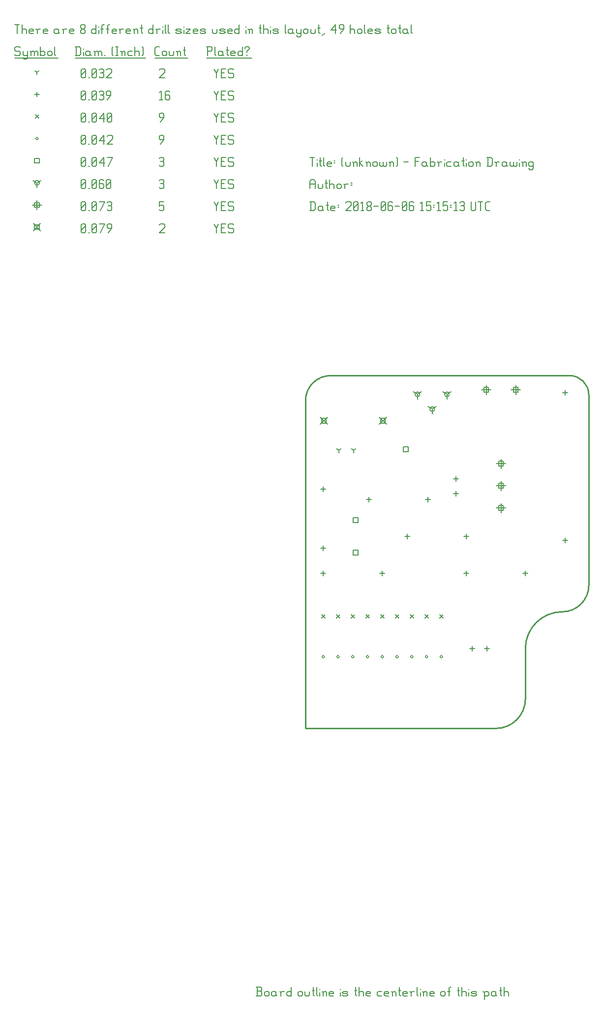
<source format=gbr>
G04 start of page 12 for group -1 layer_idx 16777221 *
G04 Title: (unknown), <virtual group> *
G04 Creator: pcb-rnd 2.0.0 *
G04 CreationDate: 2018-06-06 15:15:13 UTC *
G04 For:  *
G04 Format: Gerber/RS-274X *
G04 PCB-Dimensions: 500000 500000 *
G04 PCB-Coordinate-Origin: lower left *
%MOIN*%
%FSLAX25Y25*%
%LNFAB*%
%ADD103C,0.0100*%
%ADD102C,0.0075*%
%ADD101C,0.0060*%
%ADD100C,0.0080*%
G54D100*X207100Y382560D02*X211900Y377760D01*
X207100D02*X211900Y382560D01*
X207900Y381760D02*X211100D01*
X207900D02*Y378560D01*
X211100D01*
Y381760D02*Y378560D01*
X247100Y382560D02*X251900Y377760D01*
X247100D02*X251900Y382560D01*
X247900Y381760D02*X251100D01*
X247900D02*Y378560D01*
X251100D01*
Y381760D02*Y378560D01*
X12600Y513650D02*X17400Y508850D01*
X12600D02*X17400Y513650D01*
X13400Y512850D02*X16600D01*
X13400D02*Y509650D01*
X16600D01*
Y512850D02*Y509650D01*
G54D101*X135000Y513500D02*X136500Y510500D01*
X138000Y513500D01*
X136500Y510500D02*Y507500D01*
X139800Y510800D02*X142050D01*
X139800Y507500D02*X142800D01*
X139800Y513500D02*Y507500D01*
Y513500D02*X142800D01*
X147600D02*X148350Y512750D01*
X145350Y513500D02*X147600D01*
X144600Y512750D02*X145350Y513500D01*
X144600Y512750D02*Y511250D01*
X145350Y510500D01*
X147600D01*
X148350Y509750D01*
Y508250D01*
X147600Y507500D02*X148350Y508250D01*
X145350Y507500D02*X147600D01*
X144600Y508250D02*X145350Y507500D01*
X98000Y512750D02*X98750Y513500D01*
X101000D01*
X101750Y512750D01*
Y511250D01*
X98000Y507500D02*X101750Y511250D01*
X98000Y507500D02*X101750D01*
X45000Y508250D02*X45750Y507500D01*
X45000Y512750D02*Y508250D01*
Y512750D02*X45750Y513500D01*
X47250D01*
X48000Y512750D01*
Y508250D01*
X47250Y507500D02*X48000Y508250D01*
X45750Y507500D02*X47250D01*
X45000Y509000D02*X48000Y512000D01*
X49800Y507500D02*X50550D01*
X52350Y508250D02*X53100Y507500D01*
X52350Y512750D02*Y508250D01*
Y512750D02*X53100Y513500D01*
X54600D01*
X55350Y512750D01*
Y508250D01*
X54600Y507500D02*X55350Y508250D01*
X53100Y507500D02*X54600D01*
X52350Y509000D02*X55350Y512000D01*
X57900Y507500D02*X60900Y513500D01*
X57150D02*X60900D01*
X63450Y507500D02*X65700Y510500D01*
Y512750D02*Y510500D01*
X64950Y513500D02*X65700Y512750D01*
X63450Y513500D02*X64950D01*
X62700Y512750D02*X63450Y513500D01*
X62700Y512750D02*Y511250D01*
X63450Y510500D01*
X65700D01*
X329500Y339200D02*Y332800D01*
X326300Y336000D02*X332700D01*
X327900Y337600D02*X331100D01*
X327900D02*Y334400D01*
X331100D01*
Y337600D02*Y334400D01*
X329500Y354200D02*Y347800D01*
X326300Y351000D02*X332700D01*
X327900Y352600D02*X331100D01*
X327900D02*Y349400D01*
X331100D01*
Y352600D02*Y349400D01*
X329500Y324200D02*Y317800D01*
X326300Y321000D02*X332700D01*
X327900Y322600D02*X331100D01*
X327900D02*Y319400D01*
X331100D01*
Y322600D02*Y319400D01*
X339500Y404200D02*Y397800D01*
X336300Y401000D02*X342700D01*
X337900Y402600D02*X341100D01*
X337900D02*Y399400D01*
X341100D01*
Y402600D02*Y399400D01*
X319500Y404200D02*Y397800D01*
X316300Y401000D02*X322700D01*
X317900Y402600D02*X321100D01*
X317900D02*Y399400D01*
X321100D01*
Y402600D02*Y399400D01*
X15000Y529450D02*Y523050D01*
X11800Y526250D02*X18200D01*
X13400Y527850D02*X16600D01*
X13400D02*Y524650D01*
X16600D01*
Y527850D02*Y524650D01*
X135000Y528500D02*X136500Y525500D01*
X138000Y528500D01*
X136500Y525500D02*Y522500D01*
X139800Y525800D02*X142050D01*
X139800Y522500D02*X142800D01*
X139800Y528500D02*Y522500D01*
Y528500D02*X142800D01*
X147600D02*X148350Y527750D01*
X145350Y528500D02*X147600D01*
X144600Y527750D02*X145350Y528500D01*
X144600Y527750D02*Y526250D01*
X145350Y525500D01*
X147600D01*
X148350Y524750D01*
Y523250D01*
X147600Y522500D02*X148350Y523250D01*
X145350Y522500D02*X147600D01*
X144600Y523250D02*X145350Y522500D01*
X98000Y528500D02*X101000D01*
X98000D02*Y525500D01*
X98750Y526250D01*
X100250D01*
X101000Y525500D01*
Y523250D01*
X100250Y522500D02*X101000Y523250D01*
X98750Y522500D02*X100250D01*
X98000Y523250D02*X98750Y522500D01*
X45000Y523250D02*X45750Y522500D01*
X45000Y527750D02*Y523250D01*
Y527750D02*X45750Y528500D01*
X47250D01*
X48000Y527750D01*
Y523250D01*
X47250Y522500D02*X48000Y523250D01*
X45750Y522500D02*X47250D01*
X45000Y524000D02*X48000Y527000D01*
X49800Y522500D02*X50550D01*
X52350Y523250D02*X53100Y522500D01*
X52350Y527750D02*Y523250D01*
Y527750D02*X53100Y528500D01*
X54600D01*
X55350Y527750D01*
Y523250D01*
X54600Y522500D02*X55350Y523250D01*
X53100Y522500D02*X54600D01*
X52350Y524000D02*X55350Y527000D01*
X57900Y522500D02*X60900Y528500D01*
X57150D02*X60900D01*
X62700Y527750D02*X63450Y528500D01*
X64950D01*
X65700Y527750D01*
X64950Y522500D02*X65700Y523250D01*
X63450Y522500D02*X64950D01*
X62700Y523250D02*X63450Y522500D01*
Y525800D02*X64950D01*
X65700Y527750D02*Y526550D01*
Y525050D02*Y523250D01*
Y525050D02*X64950Y525800D01*
X65700Y526550D02*X64950Y525800D01*
X282880Y388000D02*Y384800D01*
Y388000D02*X285653Y389600D01*
X282880Y388000D02*X280107Y389600D01*
X281280Y388000D02*G75*G03X284480Y388000I1600J0D01*G01*
G75*G03X281280Y388000I-1600J0D01*G01*
X272880Y398000D02*Y394800D01*
Y398000D02*X275653Y399600D01*
X272880Y398000D02*X270107Y399600D01*
X271280Y398000D02*G75*G03X274480Y398000I1600J0D01*G01*
G75*G03X271280Y398000I-1600J0D01*G01*
X292880D02*Y394800D01*
Y398000D02*X295653Y399600D01*
X292880Y398000D02*X290107Y399600D01*
X291280Y398000D02*G75*G03X294480Y398000I1600J0D01*G01*
G75*G03X291280Y398000I-1600J0D01*G01*
X15000Y541250D02*Y538050D01*
Y541250D02*X17773Y542850D01*
X15000Y541250D02*X12227Y542850D01*
X13400Y541250D02*G75*G03X16600Y541250I1600J0D01*G01*
G75*G03X13400Y541250I-1600J0D01*G01*
X135000Y543500D02*X136500Y540500D01*
X138000Y543500D01*
X136500Y540500D02*Y537500D01*
X139800Y540800D02*X142050D01*
X139800Y537500D02*X142800D01*
X139800Y543500D02*Y537500D01*
Y543500D02*X142800D01*
X147600D02*X148350Y542750D01*
X145350Y543500D02*X147600D01*
X144600Y542750D02*X145350Y543500D01*
X144600Y542750D02*Y541250D01*
X145350Y540500D01*
X147600D01*
X148350Y539750D01*
Y538250D01*
X147600Y537500D02*X148350Y538250D01*
X145350Y537500D02*X147600D01*
X144600Y538250D02*X145350Y537500D01*
X98000Y542750D02*X98750Y543500D01*
X100250D01*
X101000Y542750D01*
X100250Y537500D02*X101000Y538250D01*
X98750Y537500D02*X100250D01*
X98000Y538250D02*X98750Y537500D01*
Y540800D02*X100250D01*
X101000Y542750D02*Y541550D01*
Y540050D02*Y538250D01*
Y540050D02*X100250Y540800D01*
X101000Y541550D02*X100250Y540800D01*
X45000Y538250D02*X45750Y537500D01*
X45000Y542750D02*Y538250D01*
Y542750D02*X45750Y543500D01*
X47250D01*
X48000Y542750D01*
Y538250D01*
X47250Y537500D02*X48000Y538250D01*
X45750Y537500D02*X47250D01*
X45000Y539000D02*X48000Y542000D01*
X49800Y537500D02*X50550D01*
X52350Y538250D02*X53100Y537500D01*
X52350Y542750D02*Y538250D01*
Y542750D02*X53100Y543500D01*
X54600D01*
X55350Y542750D01*
Y538250D01*
X54600Y537500D02*X55350Y538250D01*
X53100Y537500D02*X54600D01*
X52350Y539000D02*X55350Y542000D01*
X59400Y543500D02*X60150Y542750D01*
X57900Y543500D02*X59400D01*
X57150Y542750D02*X57900Y543500D01*
X57150Y542750D02*Y538250D01*
X57900Y537500D01*
X59400Y540800D02*X60150Y540050D01*
X57150Y540800D02*X59400D01*
X57900Y537500D02*X59400D01*
X60150Y538250D01*
Y540050D02*Y538250D01*
X61950D02*X62700Y537500D01*
X61950Y542750D02*Y538250D01*
Y542750D02*X62700Y543500D01*
X64200D01*
X64950Y542750D01*
Y538250D01*
X64200Y537500D02*X64950Y538250D01*
X62700Y537500D02*X64200D01*
X61950Y539000D02*X64950Y542000D01*
X229400Y292260D02*X232600D01*
X229400D02*Y289060D01*
X232600D01*
Y292260D02*Y289060D01*
X263400Y362260D02*X266600D01*
X263400D02*Y359060D01*
X266600D01*
Y362260D02*Y359060D01*
X229400Y314260D02*X232600D01*
X229400D02*Y311060D01*
X232600D01*
Y314260D02*Y311060D01*
X13400Y557850D02*X16600D01*
X13400D02*Y554650D01*
X16600D01*
Y557850D02*Y554650D01*
X135000Y558500D02*X136500Y555500D01*
X138000Y558500D01*
X136500Y555500D02*Y552500D01*
X139800Y555800D02*X142050D01*
X139800Y552500D02*X142800D01*
X139800Y558500D02*Y552500D01*
Y558500D02*X142800D01*
X147600D02*X148350Y557750D01*
X145350Y558500D02*X147600D01*
X144600Y557750D02*X145350Y558500D01*
X144600Y557750D02*Y556250D01*
X145350Y555500D01*
X147600D01*
X148350Y554750D01*
Y553250D01*
X147600Y552500D02*X148350Y553250D01*
X145350Y552500D02*X147600D01*
X144600Y553250D02*X145350Y552500D01*
X98000Y557750D02*X98750Y558500D01*
X100250D01*
X101000Y557750D01*
X100250Y552500D02*X101000Y553250D01*
X98750Y552500D02*X100250D01*
X98000Y553250D02*X98750Y552500D01*
Y555800D02*X100250D01*
X101000Y557750D02*Y556550D01*
Y555050D02*Y553250D01*
Y555050D02*X100250Y555800D01*
X101000Y556550D02*X100250Y555800D01*
X45000Y553250D02*X45750Y552500D01*
X45000Y557750D02*Y553250D01*
Y557750D02*X45750Y558500D01*
X47250D01*
X48000Y557750D01*
Y553250D01*
X47250Y552500D02*X48000Y553250D01*
X45750Y552500D02*X47250D01*
X45000Y554000D02*X48000Y557000D01*
X49800Y552500D02*X50550D01*
X52350Y553250D02*X53100Y552500D01*
X52350Y557750D02*Y553250D01*
Y557750D02*X53100Y558500D01*
X54600D01*
X55350Y557750D01*
Y553250D01*
X54600Y552500D02*X55350Y553250D01*
X53100Y552500D02*X54600D01*
X52350Y554000D02*X55350Y557000D01*
X57150Y554750D02*X60150Y558500D01*
X57150Y554750D02*X60900D01*
X60150Y558500D02*Y552500D01*
X63450D02*X66450Y558500D01*
X62700D02*X66450D01*
X228201Y220273D02*G75*G03X229801Y220273I800J0D01*G01*
G75*G03X228201Y220273I-800J0D01*G01*
X258201D02*G75*G03X259801Y220273I800J0D01*G01*
G75*G03X258201Y220273I-800J0D01*G01*
X248201D02*G75*G03X249801Y220273I800J0D01*G01*
G75*G03X248201Y220273I-800J0D01*G01*
X238201D02*G75*G03X239801Y220273I800J0D01*G01*
G75*G03X238201Y220273I-800J0D01*G01*
X218201D02*G75*G03X219801Y220273I800J0D01*G01*
G75*G03X218201Y220273I-800J0D01*G01*
X208201D02*G75*G03X209801Y220273I800J0D01*G01*
G75*G03X208201Y220273I-800J0D01*G01*
X288201D02*G75*G03X289801Y220273I800J0D01*G01*
G75*G03X288201Y220273I-800J0D01*G01*
X278201D02*G75*G03X279801Y220273I800J0D01*G01*
G75*G03X278201Y220273I-800J0D01*G01*
X268201D02*G75*G03X269801Y220273I800J0D01*G01*
G75*G03X268201Y220273I-800J0D01*G01*
X14200Y571250D02*G75*G03X15800Y571250I800J0D01*G01*
G75*G03X14200Y571250I-800J0D01*G01*
X135000Y573500D02*X136500Y570500D01*
X138000Y573500D01*
X136500Y570500D02*Y567500D01*
X139800Y570800D02*X142050D01*
X139800Y567500D02*X142800D01*
X139800Y573500D02*Y567500D01*
Y573500D02*X142800D01*
X147600D02*X148350Y572750D01*
X145350Y573500D02*X147600D01*
X144600Y572750D02*X145350Y573500D01*
X144600Y572750D02*Y571250D01*
X145350Y570500D01*
X147600D01*
X148350Y569750D01*
Y568250D01*
X147600Y567500D02*X148350Y568250D01*
X145350Y567500D02*X147600D01*
X144600Y568250D02*X145350Y567500D01*
X98750D02*X101000Y570500D01*
Y572750D02*Y570500D01*
X100250Y573500D02*X101000Y572750D01*
X98750Y573500D02*X100250D01*
X98000Y572750D02*X98750Y573500D01*
X98000Y572750D02*Y571250D01*
X98750Y570500D01*
X101000D01*
X45000Y568250D02*X45750Y567500D01*
X45000Y572750D02*Y568250D01*
Y572750D02*X45750Y573500D01*
X47250D01*
X48000Y572750D01*
Y568250D01*
X47250Y567500D02*X48000Y568250D01*
X45750Y567500D02*X47250D01*
X45000Y569000D02*X48000Y572000D01*
X49800Y567500D02*X50550D01*
X52350Y568250D02*X53100Y567500D01*
X52350Y572750D02*Y568250D01*
Y572750D02*X53100Y573500D01*
X54600D01*
X55350Y572750D01*
Y568250D01*
X54600Y567500D02*X55350Y568250D01*
X53100Y567500D02*X54600D01*
X52350Y569000D02*X55350Y572000D01*
X57150Y569750D02*X60150Y573500D01*
X57150Y569750D02*X60900D01*
X60150Y573500D02*Y567500D01*
X62700Y572750D02*X63450Y573500D01*
X65700D01*
X66450Y572750D01*
Y571250D01*
X62700Y567500D02*X66450Y571250D01*
X62700Y567500D02*X66450D01*
X257800Y248860D02*X260200Y246460D01*
X257800D02*X260200Y248860D01*
X267800D02*X270200Y246460D01*
X267800D02*X270200Y248860D01*
X237800D02*X240200Y246460D01*
X237800D02*X240200Y248860D01*
X247800D02*X250200Y246460D01*
X247800D02*X250200Y248860D01*
X277800D02*X280200Y246460D01*
X277800D02*X280200Y248860D01*
X287800D02*X290200Y246460D01*
X287800D02*X290200Y248860D01*
X207800D02*X210200Y246460D01*
X207800D02*X210200Y248860D01*
X217800D02*X220200Y246460D01*
X217800D02*X220200Y248860D01*
X227800D02*X230200Y246460D01*
X227800D02*X230200Y248860D01*
X13800Y587450D02*X16200Y585050D01*
X13800D02*X16200Y587450D01*
X135000Y588500D02*X136500Y585500D01*
X138000Y588500D01*
X136500Y585500D02*Y582500D01*
X139800Y585800D02*X142050D01*
X139800Y582500D02*X142800D01*
X139800Y588500D02*Y582500D01*
Y588500D02*X142800D01*
X147600D02*X148350Y587750D01*
X145350Y588500D02*X147600D01*
X144600Y587750D02*X145350Y588500D01*
X144600Y587750D02*Y586250D01*
X145350Y585500D01*
X147600D01*
X148350Y584750D01*
Y583250D01*
X147600Y582500D02*X148350Y583250D01*
X145350Y582500D02*X147600D01*
X144600Y583250D02*X145350Y582500D01*
X98750D02*X101000Y585500D01*
Y587750D02*Y585500D01*
X100250Y588500D02*X101000Y587750D01*
X98750Y588500D02*X100250D01*
X98000Y587750D02*X98750Y588500D01*
X98000Y587750D02*Y586250D01*
X98750Y585500D01*
X101000D01*
X45000Y583250D02*X45750Y582500D01*
X45000Y587750D02*Y583250D01*
Y587750D02*X45750Y588500D01*
X47250D01*
X48000Y587750D01*
Y583250D01*
X47250Y582500D02*X48000Y583250D01*
X45750Y582500D02*X47250D01*
X45000Y584000D02*X48000Y587000D01*
X49800Y582500D02*X50550D01*
X52350Y583250D02*X53100Y582500D01*
X52350Y587750D02*Y583250D01*
Y587750D02*X53100Y588500D01*
X54600D01*
X55350Y587750D01*
Y583250D01*
X54600Y582500D02*X55350Y583250D01*
X53100Y582500D02*X54600D01*
X52350Y584000D02*X55350Y587000D01*
X57150Y584750D02*X60150Y588500D01*
X57150Y584750D02*X60900D01*
X60150Y588500D02*Y582500D01*
X62700Y583250D02*X63450Y582500D01*
X62700Y587750D02*Y583250D01*
Y587750D02*X63450Y588500D01*
X64950D01*
X65700Y587750D01*
Y583250D01*
X64950Y582500D02*X65700Y583250D01*
X63450Y582500D02*X64950D01*
X62700Y584000D02*X65700Y587000D01*
X266000Y303260D02*Y300060D01*
X264400Y301660D02*X267600D01*
X240000Y328260D02*Y325060D01*
X238400Y326660D02*X241600D01*
X249000Y278260D02*Y275060D01*
X247400Y276660D02*X250600D01*
X280000Y328260D02*Y325060D01*
X278400Y326660D02*X281600D01*
X299000Y342260D02*Y339060D01*
X297400Y340660D02*X300600D01*
X306000Y278260D02*Y275060D01*
X304400Y276660D02*X307600D01*
X306000Y303260D02*Y300060D01*
X304400Y301660D02*X307600D01*
X209000Y335260D02*Y332060D01*
X207400Y333660D02*X210600D01*
X299000Y332260D02*Y329060D01*
X297400Y330660D02*X300600D01*
X373000Y400760D02*Y397560D01*
X371400Y399160D02*X374600D01*
X373000Y300760D02*Y297560D01*
X371400Y299160D02*X374600D01*
X209000Y295260D02*Y292060D01*
X207400Y293660D02*X210600D01*
X346000Y278260D02*Y275060D01*
X344400Y276660D02*X347600D01*
X209000Y278260D02*Y275060D01*
X207400Y276660D02*X210600D01*
X320000Y227260D02*Y224060D01*
X318400Y225660D02*X321600D01*
X310000Y227260D02*Y224060D01*
X308400Y225660D02*X311600D01*
X15000Y602850D02*Y599650D01*
X13400Y601250D02*X16600D01*
X135000Y603500D02*X136500Y600500D01*
X138000Y603500D01*
X136500Y600500D02*Y597500D01*
X139800Y600800D02*X142050D01*
X139800Y597500D02*X142800D01*
X139800Y603500D02*Y597500D01*
Y603500D02*X142800D01*
X147600D02*X148350Y602750D01*
X145350Y603500D02*X147600D01*
X144600Y602750D02*X145350Y603500D01*
X144600Y602750D02*Y601250D01*
X145350Y600500D01*
X147600D01*
X148350Y599750D01*
Y598250D01*
X147600Y597500D02*X148350Y598250D01*
X145350Y597500D02*X147600D01*
X144600Y598250D02*X145350Y597500D01*
X98000Y602300D02*X99200Y603500D01*
Y597500D01*
X98000D02*X100250D01*
X104300Y603500D02*X105050Y602750D01*
X102800Y603500D02*X104300D01*
X102050Y602750D02*X102800Y603500D01*
X102050Y602750D02*Y598250D01*
X102800Y597500D01*
X104300Y600800D02*X105050Y600050D01*
X102050Y600800D02*X104300D01*
X102800Y597500D02*X104300D01*
X105050Y598250D01*
Y600050D02*Y598250D01*
X45000D02*X45750Y597500D01*
X45000Y602750D02*Y598250D01*
Y602750D02*X45750Y603500D01*
X47250D01*
X48000Y602750D01*
Y598250D01*
X47250Y597500D02*X48000Y598250D01*
X45750Y597500D02*X47250D01*
X45000Y599000D02*X48000Y602000D01*
X49800Y597500D02*X50550D01*
X52350Y598250D02*X53100Y597500D01*
X52350Y602750D02*Y598250D01*
Y602750D02*X53100Y603500D01*
X54600D01*
X55350Y602750D01*
Y598250D01*
X54600Y597500D02*X55350Y598250D01*
X53100Y597500D02*X54600D01*
X52350Y599000D02*X55350Y602000D01*
X57150Y602750D02*X57900Y603500D01*
X59400D01*
X60150Y602750D01*
X59400Y597500D02*X60150Y598250D01*
X57900Y597500D02*X59400D01*
X57150Y598250D02*X57900Y597500D01*
Y600800D02*X59400D01*
X60150Y602750D02*Y601550D01*
Y600050D02*Y598250D01*
Y600050D02*X59400Y600800D01*
X60150Y601550D02*X59400Y600800D01*
X62700Y597500D02*X64950Y600500D01*
Y602750D02*Y600500D01*
X64200Y603500D02*X64950Y602750D01*
X62700Y603500D02*X64200D01*
X61950Y602750D02*X62700Y603500D01*
X61950Y602750D02*Y601250D01*
X62700Y600500D01*
X64950D01*
X219500Y360160D02*Y358560D01*
Y360160D02*X220887Y360960D01*
X219500Y360160D02*X218113Y360960D01*
X229500Y360160D02*Y358560D01*
Y360160D02*X230887Y360960D01*
X229500Y360160D02*X228113Y360960D01*
X15000Y616250D02*Y614650D01*
Y616250D02*X16387Y617050D01*
X15000Y616250D02*X13613Y617050D01*
X135000Y618500D02*X136500Y615500D01*
X138000Y618500D01*
X136500Y615500D02*Y612500D01*
X139800Y615800D02*X142050D01*
X139800Y612500D02*X142800D01*
X139800Y618500D02*Y612500D01*
Y618500D02*X142800D01*
X147600D02*X148350Y617750D01*
X145350Y618500D02*X147600D01*
X144600Y617750D02*X145350Y618500D01*
X144600Y617750D02*Y616250D01*
X145350Y615500D01*
X147600D01*
X148350Y614750D01*
Y613250D01*
X147600Y612500D02*X148350Y613250D01*
X145350Y612500D02*X147600D01*
X144600Y613250D02*X145350Y612500D01*
X98000Y617750D02*X98750Y618500D01*
X101000D01*
X101750Y617750D01*
Y616250D01*
X98000Y612500D02*X101750Y616250D01*
X98000Y612500D02*X101750D01*
X45000Y613250D02*X45750Y612500D01*
X45000Y617750D02*Y613250D01*
Y617750D02*X45750Y618500D01*
X47250D01*
X48000Y617750D01*
Y613250D01*
X47250Y612500D02*X48000Y613250D01*
X45750Y612500D02*X47250D01*
X45000Y614000D02*X48000Y617000D01*
X49800Y612500D02*X50550D01*
X52350Y613250D02*X53100Y612500D01*
X52350Y617750D02*Y613250D01*
Y617750D02*X53100Y618500D01*
X54600D01*
X55350Y617750D01*
Y613250D01*
X54600Y612500D02*X55350Y613250D01*
X53100Y612500D02*X54600D01*
X52350Y614000D02*X55350Y617000D01*
X57150Y617750D02*X57900Y618500D01*
X59400D01*
X60150Y617750D01*
X59400Y612500D02*X60150Y613250D01*
X57900Y612500D02*X59400D01*
X57150Y613250D02*X57900Y612500D01*
Y615800D02*X59400D01*
X60150Y617750D02*Y616550D01*
Y615050D02*Y613250D01*
Y615050D02*X59400Y615800D01*
X60150Y616550D02*X59400Y615800D01*
X61950Y617750D02*X62700Y618500D01*
X64950D01*
X65700Y617750D01*
Y616250D01*
X61950Y612500D02*X65700Y616250D01*
X61950Y612500D02*X65700D01*
X3000Y633500D02*X3750Y632750D01*
X750Y633500D02*X3000D01*
X0Y632750D02*X750Y633500D01*
X0Y632750D02*Y631250D01*
X750Y630500D01*
X3000D01*
X3750Y629750D01*
Y628250D01*
X3000Y627500D02*X3750Y628250D01*
X750Y627500D02*X3000D01*
X0Y628250D02*X750Y627500D01*
X5550Y630500D02*Y628250D01*
X6300Y627500D01*
X8550Y630500D02*Y626000D01*
X7800Y625250D02*X8550Y626000D01*
X6300Y625250D02*X7800D01*
X5550Y626000D02*X6300Y625250D01*
Y627500D02*X7800D01*
X8550Y628250D01*
X11100Y629750D02*Y627500D01*
Y629750D02*X11850Y630500D01*
X12600D01*
X13350Y629750D01*
Y627500D01*
Y629750D02*X14100Y630500D01*
X14850D01*
X15600Y629750D01*
Y627500D01*
X10350Y630500D02*X11100Y629750D01*
X17400Y633500D02*Y627500D01*
Y628250D02*X18150Y627500D01*
X19650D01*
X20400Y628250D01*
Y629750D02*Y628250D01*
X19650Y630500D02*X20400Y629750D01*
X18150Y630500D02*X19650D01*
X17400Y629750D02*X18150Y630500D01*
X22200Y629750D02*Y628250D01*
Y629750D02*X22950Y630500D01*
X24450D01*
X25200Y629750D01*
Y628250D01*
X24450Y627500D02*X25200Y628250D01*
X22950Y627500D02*X24450D01*
X22200Y628250D02*X22950Y627500D01*
X27000Y633500D02*Y628250D01*
X27750Y627500D01*
X0Y625750D02*X29250D01*
X41750Y633500D02*Y627500D01*
X43700Y633500D02*X44750Y632450D01*
Y628550D01*
X43700Y627500D02*X44750Y628550D01*
X41000Y627500D02*X43700D01*
X41000Y633500D02*X43700D01*
G54D102*X46550Y632000D02*Y631850D01*
G54D101*Y629750D02*Y627500D01*
X50300Y630500D02*X51050Y629750D01*
X48800Y630500D02*X50300D01*
X48050Y629750D02*X48800Y630500D01*
X48050Y629750D02*Y628250D01*
X48800Y627500D01*
X51050Y630500D02*Y628250D01*
X51800Y627500D01*
X48800D02*X50300D01*
X51050Y628250D01*
X54350Y629750D02*Y627500D01*
Y629750D02*X55100Y630500D01*
X55850D01*
X56600Y629750D01*
Y627500D01*
Y629750D02*X57350Y630500D01*
X58100D01*
X58850Y629750D01*
Y627500D01*
X53600Y630500D02*X54350Y629750D01*
X60650Y627500D02*X61400D01*
X65900Y628250D02*X66650Y627500D01*
X65900Y632750D02*X66650Y633500D01*
X65900Y632750D02*Y628250D01*
X68450Y633500D02*X69950D01*
X69200D02*Y627500D01*
X68450D02*X69950D01*
X72500Y629750D02*Y627500D01*
Y629750D02*X73250Y630500D01*
X74000D01*
X74750Y629750D01*
Y627500D01*
X71750Y630500D02*X72500Y629750D01*
X77300Y630500D02*X79550D01*
X76550Y629750D02*X77300Y630500D01*
X76550Y629750D02*Y628250D01*
X77300Y627500D01*
X79550D01*
X81350Y633500D02*Y627500D01*
Y629750D02*X82100Y630500D01*
X83600D01*
X84350Y629750D01*
Y627500D01*
X86150Y633500D02*X86900Y632750D01*
Y628250D01*
X86150Y627500D02*X86900Y628250D01*
X41000Y625750D02*X88700D01*
X96050Y627500D02*X98000D01*
X95000Y628550D02*X96050Y627500D01*
X95000Y632450D02*Y628550D01*
Y632450D02*X96050Y633500D01*
X98000D01*
X99800Y629750D02*Y628250D01*
Y629750D02*X100550Y630500D01*
X102050D01*
X102800Y629750D01*
Y628250D01*
X102050Y627500D02*X102800Y628250D01*
X100550Y627500D02*X102050D01*
X99800Y628250D02*X100550Y627500D01*
X104600Y630500D02*Y628250D01*
X105350Y627500D01*
X106850D01*
X107600Y628250D01*
Y630500D02*Y628250D01*
X110150Y629750D02*Y627500D01*
Y629750D02*X110900Y630500D01*
X111650D01*
X112400Y629750D01*
Y627500D01*
X109400Y630500D02*X110150Y629750D01*
X114950Y633500D02*Y628250D01*
X115700Y627500D01*
X114200Y631250D02*X115700D01*
X95000Y625750D02*X117200D01*
X130750Y633500D02*Y627500D01*
X130000Y633500D02*X133000D01*
X133750Y632750D01*
Y631250D01*
X133000Y630500D02*X133750Y631250D01*
X130750Y630500D02*X133000D01*
X135550Y633500D02*Y628250D01*
X136300Y627500D01*
X140050Y630500D02*X140800Y629750D01*
X138550Y630500D02*X140050D01*
X137800Y629750D02*X138550Y630500D01*
X137800Y629750D02*Y628250D01*
X138550Y627500D01*
X140800Y630500D02*Y628250D01*
X141550Y627500D01*
X138550D02*X140050D01*
X140800Y628250D01*
X144100Y633500D02*Y628250D01*
X144850Y627500D01*
X143350Y631250D02*X144850D01*
X147100Y627500D02*X149350D01*
X146350Y628250D02*X147100Y627500D01*
X146350Y629750D02*Y628250D01*
Y629750D02*X147100Y630500D01*
X148600D01*
X149350Y629750D01*
X146350Y629000D02*X149350D01*
Y629750D02*Y629000D01*
X154150Y633500D02*Y627500D01*
X153400D02*X154150Y628250D01*
X151900Y627500D02*X153400D01*
X151150Y628250D02*X151900Y627500D01*
X151150Y629750D02*Y628250D01*
Y629750D02*X151900Y630500D01*
X153400D01*
X154150Y629750D01*
X157450Y630500D02*Y629750D01*
Y628250D02*Y627500D01*
X155950Y632750D02*Y632000D01*
Y632750D02*X156700Y633500D01*
X158200D01*
X158950Y632750D01*
Y632000D01*
X157450Y630500D02*X158950Y632000D01*
X130000Y625750D02*X160750D01*
X0Y648500D02*X3000D01*
X1500D02*Y642500D01*
X4800Y648500D02*Y642500D01*
Y644750D02*X5550Y645500D01*
X7050D01*
X7800Y644750D01*
Y642500D01*
X10350D02*X12600D01*
X9600Y643250D02*X10350Y642500D01*
X9600Y644750D02*Y643250D01*
Y644750D02*X10350Y645500D01*
X11850D01*
X12600Y644750D01*
X9600Y644000D02*X12600D01*
Y644750D02*Y644000D01*
X15150Y644750D02*Y642500D01*
Y644750D02*X15900Y645500D01*
X17400D01*
X14400D02*X15150Y644750D01*
X19950Y642500D02*X22200D01*
X19200Y643250D02*X19950Y642500D01*
X19200Y644750D02*Y643250D01*
Y644750D02*X19950Y645500D01*
X21450D01*
X22200Y644750D01*
X19200Y644000D02*X22200D01*
Y644750D02*Y644000D01*
X28950Y645500D02*X29700Y644750D01*
X27450Y645500D02*X28950D01*
X26700Y644750D02*X27450Y645500D01*
X26700Y644750D02*Y643250D01*
X27450Y642500D01*
X29700Y645500D02*Y643250D01*
X30450Y642500D01*
X27450D02*X28950D01*
X29700Y643250D01*
X33000Y644750D02*Y642500D01*
Y644750D02*X33750Y645500D01*
X35250D01*
X32250D02*X33000Y644750D01*
X37800Y642500D02*X40050D01*
X37050Y643250D02*X37800Y642500D01*
X37050Y644750D02*Y643250D01*
Y644750D02*X37800Y645500D01*
X39300D01*
X40050Y644750D01*
X37050Y644000D02*X40050D01*
Y644750D02*Y644000D01*
X44550Y643250D02*X45300Y642500D01*
X44550Y644450D02*Y643250D01*
Y644450D02*X45600Y645500D01*
X46500D01*
X47550Y644450D01*
Y643250D01*
X46800Y642500D02*X47550Y643250D01*
X45300Y642500D02*X46800D01*
X44550Y646550D02*X45600Y645500D01*
X44550Y647750D02*Y646550D01*
Y647750D02*X45300Y648500D01*
X46800D01*
X47550Y647750D01*
Y646550D01*
X46500Y645500D02*X47550Y646550D01*
X55050Y648500D02*Y642500D01*
X54300D02*X55050Y643250D01*
X52800Y642500D02*X54300D01*
X52050Y643250D02*X52800Y642500D01*
X52050Y644750D02*Y643250D01*
Y644750D02*X52800Y645500D01*
X54300D01*
X55050Y644750D01*
G54D102*X56850Y647000D02*Y646850D01*
G54D101*Y644750D02*Y642500D01*
X59100Y647750D02*Y642500D01*
Y647750D02*X59850Y648500D01*
X60600D01*
X58350Y645500D02*X59850D01*
X62850Y647750D02*Y642500D01*
Y647750D02*X63600Y648500D01*
X64350D01*
X62100Y645500D02*X63600D01*
X66600Y642500D02*X68850D01*
X65850Y643250D02*X66600Y642500D01*
X65850Y644750D02*Y643250D01*
Y644750D02*X66600Y645500D01*
X68100D01*
X68850Y644750D01*
X65850Y644000D02*X68850D01*
Y644750D02*Y644000D01*
X71400Y644750D02*Y642500D01*
Y644750D02*X72150Y645500D01*
X73650D01*
X70650D02*X71400Y644750D01*
X76200Y642500D02*X78450D01*
X75450Y643250D02*X76200Y642500D01*
X75450Y644750D02*Y643250D01*
Y644750D02*X76200Y645500D01*
X77700D01*
X78450Y644750D01*
X75450Y644000D02*X78450D01*
Y644750D02*Y644000D01*
X81000Y644750D02*Y642500D01*
Y644750D02*X81750Y645500D01*
X82500D01*
X83250Y644750D01*
Y642500D01*
X80250Y645500D02*X81000Y644750D01*
X85800Y648500D02*Y643250D01*
X86550Y642500D01*
X85050Y646250D02*X86550D01*
X93750Y648500D02*Y642500D01*
X93000D02*X93750Y643250D01*
X91500Y642500D02*X93000D01*
X90750Y643250D02*X91500Y642500D01*
X90750Y644750D02*Y643250D01*
Y644750D02*X91500Y645500D01*
X93000D01*
X93750Y644750D01*
X96300D02*Y642500D01*
Y644750D02*X97050Y645500D01*
X98550D01*
X95550D02*X96300Y644750D01*
G54D102*X100350Y647000D02*Y646850D01*
G54D101*Y644750D02*Y642500D01*
X101850Y648500D02*Y643250D01*
X102600Y642500D01*
X104100Y648500D02*Y643250D01*
X104850Y642500D01*
X109800D02*X112050D01*
X112800Y643250D01*
X112050Y644000D02*X112800Y643250D01*
X109800Y644000D02*X112050D01*
X109050Y644750D02*X109800Y644000D01*
X109050Y644750D02*X109800Y645500D01*
X112050D01*
X112800Y644750D01*
X109050Y643250D02*X109800Y642500D01*
G54D102*X114600Y647000D02*Y646850D01*
G54D101*Y644750D02*Y642500D01*
X116100Y645500D02*X119100D01*
X116100Y642500D02*X119100Y645500D01*
X116100Y642500D02*X119100D01*
X121650D02*X123900D01*
X120900Y643250D02*X121650Y642500D01*
X120900Y644750D02*Y643250D01*
Y644750D02*X121650Y645500D01*
X123150D01*
X123900Y644750D01*
X120900Y644000D02*X123900D01*
Y644750D02*Y644000D01*
X126450Y642500D02*X128700D01*
X129450Y643250D01*
X128700Y644000D02*X129450Y643250D01*
X126450Y644000D02*X128700D01*
X125700Y644750D02*X126450Y644000D01*
X125700Y644750D02*X126450Y645500D01*
X128700D01*
X129450Y644750D01*
X125700Y643250D02*X126450Y642500D01*
X133950Y645500D02*Y643250D01*
X134700Y642500D01*
X136200D01*
X136950Y643250D01*
Y645500D02*Y643250D01*
X139500Y642500D02*X141750D01*
X142500Y643250D01*
X141750Y644000D02*X142500Y643250D01*
X139500Y644000D02*X141750D01*
X138750Y644750D02*X139500Y644000D01*
X138750Y644750D02*X139500Y645500D01*
X141750D01*
X142500Y644750D01*
X138750Y643250D02*X139500Y642500D01*
X145050D02*X147300D01*
X144300Y643250D02*X145050Y642500D01*
X144300Y644750D02*Y643250D01*
Y644750D02*X145050Y645500D01*
X146550D01*
X147300Y644750D01*
X144300Y644000D02*X147300D01*
Y644750D02*Y644000D01*
X152100Y648500D02*Y642500D01*
X151350D02*X152100Y643250D01*
X149850Y642500D02*X151350D01*
X149100Y643250D02*X149850Y642500D01*
X149100Y644750D02*Y643250D01*
Y644750D02*X149850Y645500D01*
X151350D01*
X152100Y644750D01*
G54D102*X156600Y647000D02*Y646850D01*
G54D101*Y644750D02*Y642500D01*
X158850Y644750D02*Y642500D01*
Y644750D02*X159600Y645500D01*
X160350D01*
X161100Y644750D01*
Y642500D01*
X158100Y645500D02*X158850Y644750D01*
X166350Y648500D02*Y643250D01*
X167100Y642500D01*
X165600Y646250D02*X167100D01*
X168600Y648500D02*Y642500D01*
Y644750D02*X169350Y645500D01*
X170850D01*
X171600Y644750D01*
Y642500D01*
G54D102*X173400Y647000D02*Y646850D01*
G54D101*Y644750D02*Y642500D01*
X175650D02*X177900D01*
X178650Y643250D01*
X177900Y644000D02*X178650Y643250D01*
X175650Y644000D02*X177900D01*
X174900Y644750D02*X175650Y644000D01*
X174900Y644750D02*X175650Y645500D01*
X177900D01*
X178650Y644750D01*
X174900Y643250D02*X175650Y642500D01*
X183150Y648500D02*Y643250D01*
X183900Y642500D01*
X187650Y645500D02*X188400Y644750D01*
X186150Y645500D02*X187650D01*
X185400Y644750D02*X186150Y645500D01*
X185400Y644750D02*Y643250D01*
X186150Y642500D01*
X188400Y645500D02*Y643250D01*
X189150Y642500D01*
X186150D02*X187650D01*
X188400Y643250D01*
X190950Y645500D02*Y643250D01*
X191700Y642500D01*
X193950Y645500D02*Y641000D01*
X193200Y640250D02*X193950Y641000D01*
X191700Y640250D02*X193200D01*
X190950Y641000D02*X191700Y640250D01*
Y642500D02*X193200D01*
X193950Y643250D01*
X195750Y644750D02*Y643250D01*
Y644750D02*X196500Y645500D01*
X198000D01*
X198750Y644750D01*
Y643250D01*
X198000Y642500D02*X198750Y643250D01*
X196500Y642500D02*X198000D01*
X195750Y643250D02*X196500Y642500D01*
X200550Y645500D02*Y643250D01*
X201300Y642500D01*
X202800D01*
X203550Y643250D01*
Y645500D02*Y643250D01*
X206100Y648500D02*Y643250D01*
X206850Y642500D01*
X205350Y646250D02*X206850D01*
X208350Y641000D02*X209850Y642500D01*
X214350Y644750D02*X217350Y648500D01*
X214350Y644750D02*X218100D01*
X217350Y648500D02*Y642500D01*
X220650D02*X222900Y645500D01*
Y647750D02*Y645500D01*
X222150Y648500D02*X222900Y647750D01*
X220650Y648500D02*X222150D01*
X219900Y647750D02*X220650Y648500D01*
X219900Y647750D02*Y646250D01*
X220650Y645500D01*
X222900D01*
X227400Y648500D02*Y642500D01*
Y644750D02*X228150Y645500D01*
X229650D01*
X230400Y644750D01*
Y642500D01*
X232200Y644750D02*Y643250D01*
Y644750D02*X232950Y645500D01*
X234450D01*
X235200Y644750D01*
Y643250D01*
X234450Y642500D02*X235200Y643250D01*
X232950Y642500D02*X234450D01*
X232200Y643250D02*X232950Y642500D01*
X237000Y648500D02*Y643250D01*
X237750Y642500D01*
X240000D02*X242250D01*
X239250Y643250D02*X240000Y642500D01*
X239250Y644750D02*Y643250D01*
Y644750D02*X240000Y645500D01*
X241500D01*
X242250Y644750D01*
X239250Y644000D02*X242250D01*
Y644750D02*Y644000D01*
X244800Y642500D02*X247050D01*
X247800Y643250D01*
X247050Y644000D02*X247800Y643250D01*
X244800Y644000D02*X247050D01*
X244050Y644750D02*X244800Y644000D01*
X244050Y644750D02*X244800Y645500D01*
X247050D01*
X247800Y644750D01*
X244050Y643250D02*X244800Y642500D01*
X253050Y648500D02*Y643250D01*
X253800Y642500D01*
X252300Y646250D02*X253800D01*
X255300Y644750D02*Y643250D01*
Y644750D02*X256050Y645500D01*
X257550D01*
X258300Y644750D01*
Y643250D01*
X257550Y642500D02*X258300Y643250D01*
X256050Y642500D02*X257550D01*
X255300Y643250D02*X256050Y642500D01*
X260850Y648500D02*Y643250D01*
X261600Y642500D01*
X260100Y646250D02*X261600D01*
X265350Y645500D02*X266100Y644750D01*
X263850Y645500D02*X265350D01*
X263100Y644750D02*X263850Y645500D01*
X263100Y644750D02*Y643250D01*
X263850Y642500D01*
X266100Y645500D02*Y643250D01*
X266850Y642500D01*
X263850D02*X265350D01*
X266100Y643250D01*
X268650Y648500D02*Y643250D01*
X269400Y642500D01*
G54D103*X197000Y171660D02*X326000D01*
X346000Y191660D02*Y225660D01*
X389000Y268660D02*Y397660D01*
X197000Y393660D02*Y171660D01*
X214000Y410660D02*X376000D01*
X389000Y397660D02*G75*G03X376000Y410660I-13000J0D01*G01*
X326000Y171660D02*G75*G03X346000Y191660I0J20000D01*G01*
X371000Y250660D02*G75*G03X389000Y268660I0J18000D01*G01*
X346000Y225660D02*G75*G02X371000Y250660I25000J0D01*G01*
X214000Y410660D02*G75*G03X197000Y393660I0J-17000D01*G01*
G54D101*X163675Y-9500D02*X166675D01*
X167425Y-8750D01*
Y-6950D02*Y-8750D01*
X166675Y-6200D02*X167425Y-6950D01*
X164425Y-6200D02*X166675D01*
X164425Y-3500D02*Y-9500D01*
X163675Y-3500D02*X166675D01*
X167425Y-4250D01*
Y-5450D01*
X166675Y-6200D02*X167425Y-5450D01*
X169225Y-7250D02*Y-8750D01*
Y-7250D02*X169975Y-6500D01*
X171475D01*
X172225Y-7250D01*
Y-8750D01*
X171475Y-9500D02*X172225Y-8750D01*
X169975Y-9500D02*X171475D01*
X169225Y-8750D02*X169975Y-9500D01*
X176275Y-6500D02*X177025Y-7250D01*
X174775Y-6500D02*X176275D01*
X174025Y-7250D02*X174775Y-6500D01*
X174025Y-7250D02*Y-8750D01*
X174775Y-9500D01*
X177025Y-6500D02*Y-8750D01*
X177775Y-9500D01*
X174775D02*X176275D01*
X177025Y-8750D01*
X180325Y-7250D02*Y-9500D01*
Y-7250D02*X181075Y-6500D01*
X182575D01*
X179575D02*X180325Y-7250D01*
X187375Y-3500D02*Y-9500D01*
X186625D02*X187375Y-8750D01*
X185125Y-9500D02*X186625D01*
X184375Y-8750D02*X185125Y-9500D01*
X184375Y-7250D02*Y-8750D01*
Y-7250D02*X185125Y-6500D01*
X186625D01*
X187375Y-7250D01*
X191875D02*Y-8750D01*
Y-7250D02*X192625Y-6500D01*
X194125D01*
X194875Y-7250D01*
Y-8750D01*
X194125Y-9500D02*X194875Y-8750D01*
X192625Y-9500D02*X194125D01*
X191875Y-8750D02*X192625Y-9500D01*
X196675Y-6500D02*Y-8750D01*
X197425Y-9500D01*
X198925D01*
X199675Y-8750D01*
Y-6500D02*Y-8750D01*
X202225Y-3500D02*Y-8750D01*
X202975Y-9500D01*
X201475Y-5750D02*X202975D01*
X204475Y-3500D02*Y-8750D01*
X205225Y-9500D01*
G54D102*X206725Y-5000D02*Y-5150D01*
G54D101*Y-7250D02*Y-9500D01*
X208975Y-7250D02*Y-9500D01*
Y-7250D02*X209725Y-6500D01*
X210475D01*
X211225Y-7250D01*
Y-9500D01*
X208225Y-6500D02*X208975Y-7250D01*
X213775Y-9500D02*X216025D01*
X213025Y-8750D02*X213775Y-9500D01*
X213025Y-7250D02*Y-8750D01*
Y-7250D02*X213775Y-6500D01*
X215275D01*
X216025Y-7250D01*
X213025Y-8000D02*X216025D01*
Y-7250D02*Y-8000D01*
G54D102*X220525Y-5000D02*Y-5150D01*
G54D101*Y-7250D02*Y-9500D01*
X222775D02*X225025D01*
X225775Y-8750D01*
X225025Y-8000D02*X225775Y-8750D01*
X222775Y-8000D02*X225025D01*
X222025Y-7250D02*X222775Y-8000D01*
X222025Y-7250D02*X222775Y-6500D01*
X225025D01*
X225775Y-7250D01*
X222025Y-8750D02*X222775Y-9500D01*
X231025Y-3500D02*Y-8750D01*
X231775Y-9500D01*
X230275Y-5750D02*X231775D01*
X233275Y-3500D02*Y-9500D01*
Y-7250D02*X234025Y-6500D01*
X235525D01*
X236275Y-7250D01*
Y-9500D01*
X238825D02*X241075D01*
X238075Y-8750D02*X238825Y-9500D01*
X238075Y-7250D02*Y-8750D01*
Y-7250D02*X238825Y-6500D01*
X240325D01*
X241075Y-7250D01*
X238075Y-8000D02*X241075D01*
Y-7250D02*Y-8000D01*
X246325Y-6500D02*X248575D01*
X245575Y-7250D02*X246325Y-6500D01*
X245575Y-7250D02*Y-8750D01*
X246325Y-9500D01*
X248575D01*
X251125D02*X253375D01*
X250375Y-8750D02*X251125Y-9500D01*
X250375Y-7250D02*Y-8750D01*
Y-7250D02*X251125Y-6500D01*
X252625D01*
X253375Y-7250D01*
X250375Y-8000D02*X253375D01*
Y-7250D02*Y-8000D01*
X255925Y-7250D02*Y-9500D01*
Y-7250D02*X256675Y-6500D01*
X257425D01*
X258175Y-7250D01*
Y-9500D01*
X255175Y-6500D02*X255925Y-7250D01*
X260725Y-3500D02*Y-8750D01*
X261475Y-9500D01*
X259975Y-5750D02*X261475D01*
X263725Y-9500D02*X265975D01*
X262975Y-8750D02*X263725Y-9500D01*
X262975Y-7250D02*Y-8750D01*
Y-7250D02*X263725Y-6500D01*
X265225D01*
X265975Y-7250D01*
X262975Y-8000D02*X265975D01*
Y-7250D02*Y-8000D01*
X268525Y-7250D02*Y-9500D01*
Y-7250D02*X269275Y-6500D01*
X270775D01*
X267775D02*X268525Y-7250D01*
X272575Y-3500D02*Y-8750D01*
X273325Y-9500D01*
G54D102*X274825Y-5000D02*Y-5150D01*
G54D101*Y-7250D02*Y-9500D01*
X277075Y-7250D02*Y-9500D01*
Y-7250D02*X277825Y-6500D01*
X278575D01*
X279325Y-7250D01*
Y-9500D01*
X276325Y-6500D02*X277075Y-7250D01*
X281875Y-9500D02*X284125D01*
X281125Y-8750D02*X281875Y-9500D01*
X281125Y-7250D02*Y-8750D01*
Y-7250D02*X281875Y-6500D01*
X283375D01*
X284125Y-7250D01*
X281125Y-8000D02*X284125D01*
Y-7250D02*Y-8000D01*
X288625Y-7250D02*Y-8750D01*
Y-7250D02*X289375Y-6500D01*
X290875D01*
X291625Y-7250D01*
Y-8750D01*
X290875Y-9500D02*X291625Y-8750D01*
X289375Y-9500D02*X290875D01*
X288625Y-8750D02*X289375Y-9500D01*
X294175Y-4250D02*Y-9500D01*
Y-4250D02*X294925Y-3500D01*
X295675D01*
X293425Y-6500D02*X294925D01*
X300625Y-3500D02*Y-8750D01*
X301375Y-9500D01*
X299875Y-5750D02*X301375D01*
X302875Y-3500D02*Y-9500D01*
Y-7250D02*X303625Y-6500D01*
X305125D01*
X305875Y-7250D01*
Y-9500D01*
G54D102*X307675Y-5000D02*Y-5150D01*
G54D101*Y-7250D02*Y-9500D01*
X309925D02*X312175D01*
X312925Y-8750D01*
X312175Y-8000D02*X312925Y-8750D01*
X309925Y-8000D02*X312175D01*
X309175Y-7250D02*X309925Y-8000D01*
X309175Y-7250D02*X309925Y-6500D01*
X312175D01*
X312925Y-7250D01*
X309175Y-8750D02*X309925Y-9500D01*
X318175Y-7250D02*Y-11750D01*
X317425Y-6500D02*X318175Y-7250D01*
X318925Y-6500D01*
X320425D01*
X321175Y-7250D01*
Y-8750D01*
X320425Y-9500D02*X321175Y-8750D01*
X318925Y-9500D02*X320425D01*
X318175Y-8750D02*X318925Y-9500D01*
X325225Y-6500D02*X325975Y-7250D01*
X323725Y-6500D02*X325225D01*
X322975Y-7250D02*X323725Y-6500D01*
X322975Y-7250D02*Y-8750D01*
X323725Y-9500D01*
X325975Y-6500D02*Y-8750D01*
X326725Y-9500D01*
X323725D02*X325225D01*
X325975Y-8750D01*
X329275Y-3500D02*Y-8750D01*
X330025Y-9500D01*
X328525Y-5750D02*X330025D01*
X331525Y-3500D02*Y-9500D01*
Y-7250D02*X332275Y-6500D01*
X333775D01*
X334525Y-7250D01*
Y-9500D01*
X200750Y528500D02*Y522500D01*
X202700Y528500D02*X203750Y527450D01*
Y523550D01*
X202700Y522500D02*X203750Y523550D01*
X200000Y522500D02*X202700D01*
X200000Y528500D02*X202700D01*
X207800Y525500D02*X208550Y524750D01*
X206300Y525500D02*X207800D01*
X205550Y524750D02*X206300Y525500D01*
X205550Y524750D02*Y523250D01*
X206300Y522500D01*
X208550Y525500D02*Y523250D01*
X209300Y522500D01*
X206300D02*X207800D01*
X208550Y523250D01*
X211850Y528500D02*Y523250D01*
X212600Y522500D01*
X211100Y526250D02*X212600D01*
X214850Y522500D02*X217100D01*
X214100Y523250D02*X214850Y522500D01*
X214100Y524750D02*Y523250D01*
Y524750D02*X214850Y525500D01*
X216350D01*
X217100Y524750D01*
X214100Y524000D02*X217100D01*
Y524750D02*Y524000D01*
X218900Y526250D02*X219650D01*
X218900Y524750D02*X219650D01*
X224150Y527750D02*X224900Y528500D01*
X227150D01*
X227900Y527750D01*
Y526250D01*
X224150Y522500D02*X227900Y526250D01*
X224150Y522500D02*X227900D01*
X229700Y523250D02*X230450Y522500D01*
X229700Y527750D02*Y523250D01*
Y527750D02*X230450Y528500D01*
X231950D01*
X232700Y527750D01*
Y523250D01*
X231950Y522500D02*X232700Y523250D01*
X230450Y522500D02*X231950D01*
X229700Y524000D02*X232700Y527000D01*
X234500Y527300D02*X235700Y528500D01*
Y522500D01*
X234500D02*X236750D01*
X238550Y523250D02*X239300Y522500D01*
X238550Y524450D02*Y523250D01*
Y524450D02*X239600Y525500D01*
X240500D01*
X241550Y524450D01*
Y523250D01*
X240800Y522500D02*X241550Y523250D01*
X239300Y522500D02*X240800D01*
X238550Y526550D02*X239600Y525500D01*
X238550Y527750D02*Y526550D01*
Y527750D02*X239300Y528500D01*
X240800D01*
X241550Y527750D01*
Y526550D01*
X240500Y525500D02*X241550Y526550D01*
X243350Y525500D02*X246350D01*
X248150Y523250D02*X248900Y522500D01*
X248150Y527750D02*Y523250D01*
Y527750D02*X248900Y528500D01*
X250400D01*
X251150Y527750D01*
Y523250D01*
X250400Y522500D02*X251150Y523250D01*
X248900Y522500D02*X250400D01*
X248150Y524000D02*X251150Y527000D01*
X255200Y528500D02*X255950Y527750D01*
X253700Y528500D02*X255200D01*
X252950Y527750D02*X253700Y528500D01*
X252950Y527750D02*Y523250D01*
X253700Y522500D01*
X255200Y525800D02*X255950Y525050D01*
X252950Y525800D02*X255200D01*
X253700Y522500D02*X255200D01*
X255950Y523250D01*
Y525050D02*Y523250D01*
X257750Y525500D02*X260750D01*
X262550Y523250D02*X263300Y522500D01*
X262550Y527750D02*Y523250D01*
Y527750D02*X263300Y528500D01*
X264800D01*
X265550Y527750D01*
Y523250D01*
X264800Y522500D02*X265550Y523250D01*
X263300Y522500D02*X264800D01*
X262550Y524000D02*X265550Y527000D01*
X269600Y528500D02*X270350Y527750D01*
X268100Y528500D02*X269600D01*
X267350Y527750D02*X268100Y528500D01*
X267350Y527750D02*Y523250D01*
X268100Y522500D01*
X269600Y525800D02*X270350Y525050D01*
X267350Y525800D02*X269600D01*
X268100Y522500D02*X269600D01*
X270350Y523250D01*
Y525050D02*Y523250D01*
X274850Y527300D02*X276050Y528500D01*
Y522500D01*
X274850D02*X277100D01*
X278900Y528500D02*X281900D01*
X278900D02*Y525500D01*
X279650Y526250D01*
X281150D01*
X281900Y525500D01*
Y523250D01*
X281150Y522500D02*X281900Y523250D01*
X279650Y522500D02*X281150D01*
X278900Y523250D02*X279650Y522500D01*
X283700Y526250D02*X284450D01*
X283700Y524750D02*X284450D01*
X286250Y527300D02*X287450Y528500D01*
Y522500D01*
X286250D02*X288500D01*
X290300Y528500D02*X293300D01*
X290300D02*Y525500D01*
X291050Y526250D01*
X292550D01*
X293300Y525500D01*
Y523250D01*
X292550Y522500D02*X293300Y523250D01*
X291050Y522500D02*X292550D01*
X290300Y523250D02*X291050Y522500D01*
X295100Y526250D02*X295850D01*
X295100Y524750D02*X295850D01*
X297650Y527300D02*X298850Y528500D01*
Y522500D01*
X297650D02*X299900D01*
X301700Y527750D02*X302450Y528500D01*
X303950D01*
X304700Y527750D01*
X303950Y522500D02*X304700Y523250D01*
X302450Y522500D02*X303950D01*
X301700Y523250D02*X302450Y522500D01*
Y525800D02*X303950D01*
X304700Y527750D02*Y526550D01*
Y525050D02*Y523250D01*
Y525050D02*X303950Y525800D01*
X304700Y526550D02*X303950Y525800D01*
X309200Y528500D02*Y523250D01*
X309950Y522500D01*
X311450D01*
X312200Y523250D01*
Y528500D02*Y523250D01*
X314000Y528500D02*X317000D01*
X315500D02*Y522500D01*
X319850D02*X321800D01*
X318800Y523550D02*X319850Y522500D01*
X318800Y527450D02*Y523550D01*
Y527450D02*X319850Y528500D01*
X321800D01*
X200000Y542000D02*Y537500D01*
Y542000D02*X201050Y543500D01*
X202700D01*
X203750Y542000D01*
Y537500D01*
X200000Y540500D02*X203750D01*
X205550D02*Y538250D01*
X206300Y537500D01*
X207800D01*
X208550Y538250D01*
Y540500D02*Y538250D01*
X211100Y543500D02*Y538250D01*
X211850Y537500D01*
X210350Y541250D02*X211850D01*
X213350Y543500D02*Y537500D01*
Y539750D02*X214100Y540500D01*
X215600D01*
X216350Y539750D01*
Y537500D01*
X218150Y539750D02*Y538250D01*
Y539750D02*X218900Y540500D01*
X220400D01*
X221150Y539750D01*
Y538250D01*
X220400Y537500D02*X221150Y538250D01*
X218900Y537500D02*X220400D01*
X218150Y538250D02*X218900Y537500D01*
X223700Y539750D02*Y537500D01*
Y539750D02*X224450Y540500D01*
X225950D01*
X222950D02*X223700Y539750D01*
X227750Y541250D02*X228500D01*
X227750Y539750D02*X228500D01*
X200000Y558500D02*X203000D01*
X201500D02*Y552500D01*
G54D102*X204800Y557000D02*Y556850D01*
G54D101*Y554750D02*Y552500D01*
X207050Y558500D02*Y553250D01*
X207800Y552500D01*
X206300Y556250D02*X207800D01*
X209300Y558500D02*Y553250D01*
X210050Y552500D01*
X212300D02*X214550D01*
X211550Y553250D02*X212300Y552500D01*
X211550Y554750D02*Y553250D01*
Y554750D02*X212300Y555500D01*
X213800D01*
X214550Y554750D01*
X211550Y554000D02*X214550D01*
Y554750D02*Y554000D01*
X216350Y556250D02*X217100D01*
X216350Y554750D02*X217100D01*
X221600Y553250D02*X222350Y552500D01*
X221600Y557750D02*X222350Y558500D01*
X221600Y557750D02*Y553250D01*
X224150Y555500D02*Y553250D01*
X224900Y552500D01*
X226400D01*
X227150Y553250D01*
Y555500D02*Y553250D01*
X229700Y554750D02*Y552500D01*
Y554750D02*X230450Y555500D01*
X231200D01*
X231950Y554750D01*
Y552500D01*
X228950Y555500D02*X229700Y554750D01*
X233750Y558500D02*Y552500D01*
Y554750D02*X236000Y552500D01*
X233750Y554750D02*X235250Y556250D01*
X238550Y554750D02*Y552500D01*
Y554750D02*X239300Y555500D01*
X240050D01*
X240800Y554750D01*
Y552500D01*
X237800Y555500D02*X238550Y554750D01*
X242600D02*Y553250D01*
Y554750D02*X243350Y555500D01*
X244850D01*
X245600Y554750D01*
Y553250D01*
X244850Y552500D02*X245600Y553250D01*
X243350Y552500D02*X244850D01*
X242600Y553250D02*X243350Y552500D01*
X247400Y555500D02*Y553250D01*
X248150Y552500D01*
X248900D01*
X249650Y553250D01*
Y555500D02*Y553250D01*
X250400Y552500D01*
X251150D01*
X251900Y553250D01*
Y555500D02*Y553250D01*
X254450Y554750D02*Y552500D01*
Y554750D02*X255200Y555500D01*
X255950D01*
X256700Y554750D01*
Y552500D01*
X253700Y555500D02*X254450Y554750D01*
X258500Y558500D02*X259250Y557750D01*
Y553250D01*
X258500Y552500D02*X259250Y553250D01*
X263750Y555500D02*X266750D01*
X271250Y558500D02*Y552500D01*
Y558500D02*X274250D01*
X271250Y555800D02*X273500D01*
X278300Y555500D02*X279050Y554750D01*
X276800Y555500D02*X278300D01*
X276050Y554750D02*X276800Y555500D01*
X276050Y554750D02*Y553250D01*
X276800Y552500D01*
X279050Y555500D02*Y553250D01*
X279800Y552500D01*
X276800D02*X278300D01*
X279050Y553250D01*
X281600Y558500D02*Y552500D01*
Y553250D02*X282350Y552500D01*
X283850D01*
X284600Y553250D01*
Y554750D02*Y553250D01*
X283850Y555500D02*X284600Y554750D01*
X282350Y555500D02*X283850D01*
X281600Y554750D02*X282350Y555500D01*
X287150Y554750D02*Y552500D01*
Y554750D02*X287900Y555500D01*
X289400D01*
X286400D02*X287150Y554750D01*
G54D102*X291200Y557000D02*Y556850D01*
G54D101*Y554750D02*Y552500D01*
X293450Y555500D02*X295700D01*
X292700Y554750D02*X293450Y555500D01*
X292700Y554750D02*Y553250D01*
X293450Y552500D01*
X295700D01*
X299750Y555500D02*X300500Y554750D01*
X298250Y555500D02*X299750D01*
X297500Y554750D02*X298250Y555500D01*
X297500Y554750D02*Y553250D01*
X298250Y552500D01*
X300500Y555500D02*Y553250D01*
X301250Y552500D01*
X298250D02*X299750D01*
X300500Y553250D01*
X303800Y558500D02*Y553250D01*
X304550Y552500D01*
X303050Y556250D02*X304550D01*
G54D102*X306050Y557000D02*Y556850D01*
G54D101*Y554750D02*Y552500D01*
X307550Y554750D02*Y553250D01*
Y554750D02*X308300Y555500D01*
X309800D01*
X310550Y554750D01*
Y553250D01*
X309800Y552500D02*X310550Y553250D01*
X308300Y552500D02*X309800D01*
X307550Y553250D02*X308300Y552500D01*
X313100Y554750D02*Y552500D01*
Y554750D02*X313850Y555500D01*
X314600D01*
X315350Y554750D01*
Y552500D01*
X312350Y555500D02*X313100Y554750D01*
X320600Y558500D02*Y552500D01*
X322550Y558500D02*X323600Y557450D01*
Y553550D01*
X322550Y552500D02*X323600Y553550D01*
X319850Y552500D02*X322550D01*
X319850Y558500D02*X322550D01*
X326150Y554750D02*Y552500D01*
Y554750D02*X326900Y555500D01*
X328400D01*
X325400D02*X326150Y554750D01*
X332450Y555500D02*X333200Y554750D01*
X330950Y555500D02*X332450D01*
X330200Y554750D02*X330950Y555500D01*
X330200Y554750D02*Y553250D01*
X330950Y552500D01*
X333200Y555500D02*Y553250D01*
X333950Y552500D01*
X330950D02*X332450D01*
X333200Y553250D01*
X335750Y555500D02*Y553250D01*
X336500Y552500D01*
X337250D01*
X338000Y553250D01*
Y555500D02*Y553250D01*
X338750Y552500D01*
X339500D01*
X340250Y553250D01*
Y555500D02*Y553250D01*
G54D102*X342050Y557000D02*Y556850D01*
G54D101*Y554750D02*Y552500D01*
X344300Y554750D02*Y552500D01*
Y554750D02*X345050Y555500D01*
X345800D01*
X346550Y554750D01*
Y552500D01*
X343550Y555500D02*X344300Y554750D01*
X350600Y555500D02*X351350Y554750D01*
X349100Y555500D02*X350600D01*
X348350Y554750D02*X349100Y555500D01*
X348350Y554750D02*Y553250D01*
X349100Y552500D01*
X350600D01*
X351350Y553250D01*
X348350Y551000D02*X349100Y550250D01*
X350600D01*
X351350Y551000D01*
Y555500D02*Y551000D01*
M02*

</source>
